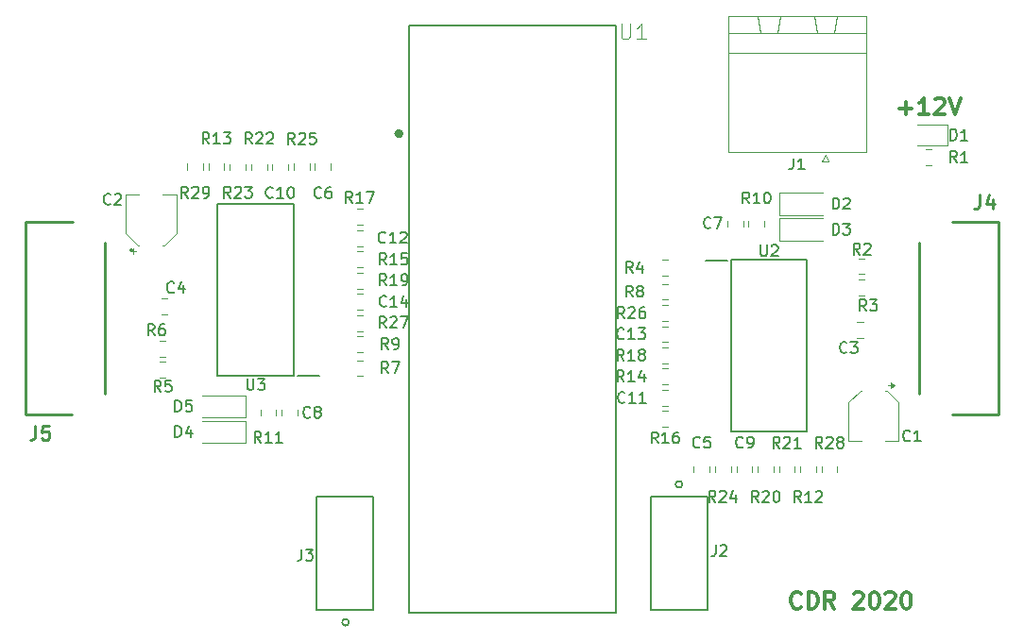
<source format=gbr>
G04 #@! TF.GenerationSoftware,KiCad,Pcbnew,(5.1.4)-1*
G04 #@! TF.CreationDate,2019-11-21T21:18:29+01:00*
G04 #@! TF.ProjectId,asserv_brushless,61737365-7276-45f6-9272-7573686c6573,rev?*
G04 #@! TF.SameCoordinates,Original*
G04 #@! TF.FileFunction,Legend,Top*
G04 #@! TF.FilePolarity,Positive*
%FSLAX46Y46*%
G04 Gerber Fmt 4.6, Leading zero omitted, Abs format (unit mm)*
G04 Created by KiCad (PCBNEW (5.1.4)-1) date 2019-11-21 21:18:29*
%MOMM*%
%LPD*%
G04 APERTURE LIST*
%ADD10C,0.300000*%
%ADD11C,0.127000*%
%ADD12C,0.200000*%
%ADD13C,0.120000*%
%ADD14C,0.254000*%
%ADD15C,0.400000*%
%ADD16C,0.150000*%
%ADD17C,0.050000*%
G04 APERTURE END LIST*
D10*
X119885714Y-103410714D02*
X119814285Y-103482142D01*
X119600000Y-103553571D01*
X119457142Y-103553571D01*
X119242857Y-103482142D01*
X119100000Y-103339285D01*
X119028571Y-103196428D01*
X118957142Y-102910714D01*
X118957142Y-102696428D01*
X119028571Y-102410714D01*
X119100000Y-102267857D01*
X119242857Y-102125000D01*
X119457142Y-102053571D01*
X119600000Y-102053571D01*
X119814285Y-102125000D01*
X119885714Y-102196428D01*
X120528571Y-103553571D02*
X120528571Y-102053571D01*
X120885714Y-102053571D01*
X121100000Y-102125000D01*
X121242857Y-102267857D01*
X121314285Y-102410714D01*
X121385714Y-102696428D01*
X121385714Y-102910714D01*
X121314285Y-103196428D01*
X121242857Y-103339285D01*
X121100000Y-103482142D01*
X120885714Y-103553571D01*
X120528571Y-103553571D01*
X122885714Y-103553571D02*
X122385714Y-102839285D01*
X122028571Y-103553571D02*
X122028571Y-102053571D01*
X122600000Y-102053571D01*
X122742857Y-102125000D01*
X122814285Y-102196428D01*
X122885714Y-102339285D01*
X122885714Y-102553571D01*
X122814285Y-102696428D01*
X122742857Y-102767857D01*
X122600000Y-102839285D01*
X122028571Y-102839285D01*
X124600000Y-102196428D02*
X124671428Y-102125000D01*
X124814285Y-102053571D01*
X125171428Y-102053571D01*
X125314285Y-102125000D01*
X125385714Y-102196428D01*
X125457142Y-102339285D01*
X125457142Y-102482142D01*
X125385714Y-102696428D01*
X124528571Y-103553571D01*
X125457142Y-103553571D01*
X126385714Y-102053571D02*
X126528571Y-102053571D01*
X126671428Y-102125000D01*
X126742857Y-102196428D01*
X126814285Y-102339285D01*
X126885714Y-102625000D01*
X126885714Y-102982142D01*
X126814285Y-103267857D01*
X126742857Y-103410714D01*
X126671428Y-103482142D01*
X126528571Y-103553571D01*
X126385714Y-103553571D01*
X126242857Y-103482142D01*
X126171428Y-103410714D01*
X126100000Y-103267857D01*
X126028571Y-102982142D01*
X126028571Y-102625000D01*
X126100000Y-102339285D01*
X126171428Y-102196428D01*
X126242857Y-102125000D01*
X126385714Y-102053571D01*
X127457142Y-102196428D02*
X127528571Y-102125000D01*
X127671428Y-102053571D01*
X128028571Y-102053571D01*
X128171428Y-102125000D01*
X128242857Y-102196428D01*
X128314285Y-102339285D01*
X128314285Y-102482142D01*
X128242857Y-102696428D01*
X127385714Y-103553571D01*
X128314285Y-103553571D01*
X129242857Y-102053571D02*
X129385714Y-102053571D01*
X129528571Y-102125000D01*
X129600000Y-102196428D01*
X129671428Y-102339285D01*
X129742857Y-102625000D01*
X129742857Y-102982142D01*
X129671428Y-103267857D01*
X129600000Y-103410714D01*
X129528571Y-103482142D01*
X129385714Y-103553571D01*
X129242857Y-103553571D01*
X129100000Y-103482142D01*
X129028571Y-103410714D01*
X128957142Y-103267857D01*
X128885714Y-102982142D01*
X128885714Y-102625000D01*
X128957142Y-102339285D01*
X129028571Y-102196428D01*
X129100000Y-102125000D01*
X129242857Y-102053571D01*
X128673742Y-58695742D02*
X129816600Y-58695742D01*
X129245171Y-59267171D02*
X129245171Y-58124314D01*
X131316600Y-59267171D02*
X130459457Y-59267171D01*
X130888028Y-59267171D02*
X130888028Y-57767171D01*
X130745171Y-57981457D01*
X130602314Y-58124314D01*
X130459457Y-58195742D01*
X131888028Y-57910028D02*
X131959457Y-57838600D01*
X132102314Y-57767171D01*
X132459457Y-57767171D01*
X132602314Y-57838600D01*
X132673742Y-57910028D01*
X132745171Y-58052885D01*
X132745171Y-58195742D01*
X132673742Y-58410028D01*
X131816600Y-59267171D01*
X132745171Y-59267171D01*
X133173742Y-57767171D02*
X133673742Y-59267171D01*
X134173742Y-57767171D01*
D11*
X106460000Y-93530000D02*
X111540000Y-93530000D01*
X106460000Y-103690000D02*
X106460000Y-93530000D01*
X111540000Y-103690000D02*
X106460000Y-103690000D01*
X111540000Y-93530000D02*
X111540000Y-103690000D01*
D12*
X109241000Y-92415000D02*
G75*
G03X109241000Y-92415000I-300000J0D01*
G01*
D11*
X81540000Y-103670000D02*
X76460000Y-103670000D01*
X81540000Y-93510000D02*
X81540000Y-103670000D01*
X76460000Y-93510000D02*
X81540000Y-93510000D01*
X76460000Y-103670000D02*
X76460000Y-93510000D01*
D12*
X79359000Y-104785000D02*
G75*
G03X79359000Y-104785000I-300000J0D01*
G01*
D13*
X122375000Y-63435000D02*
X121775000Y-63435000D01*
X122075000Y-62835000D02*
X122375000Y-63435000D01*
X121775000Y-63435000D02*
X122075000Y-62835000D01*
X117745000Y-51915000D02*
X117995000Y-50415000D01*
X116245000Y-51915000D02*
X117745000Y-51915000D01*
X115995000Y-50415000D02*
X116245000Y-51915000D01*
X117995000Y-50415000D02*
X115995000Y-50415000D01*
X122825000Y-51915000D02*
X123075000Y-50415000D01*
X121325000Y-51915000D02*
X122825000Y-51915000D01*
X121075000Y-50415000D02*
X121325000Y-51915000D01*
X123075000Y-50415000D02*
X121075000Y-50415000D01*
X113345000Y-51915000D02*
X125725000Y-51915000D01*
X113345000Y-53715000D02*
X113345000Y-51915000D01*
X125725000Y-53715000D02*
X113345000Y-53715000D01*
X125725000Y-51915000D02*
X125725000Y-53715000D01*
X113345000Y-62635000D02*
X125725000Y-62635000D01*
X113345000Y-50415000D02*
X113345000Y-62635000D01*
X125725000Y-50415000D02*
X113345000Y-50415000D01*
X125725000Y-62635000D02*
X125725000Y-50415000D01*
X133001600Y-60128600D02*
X130316600Y-60128600D01*
X133001600Y-62048600D02*
X133001600Y-60128600D01*
X130316600Y-62048600D02*
X133001600Y-62048600D01*
X131575178Y-62378600D02*
X131058022Y-62378600D01*
X131575178Y-63798600D02*
X131058022Y-63798600D01*
X128185000Y-83525000D02*
X127685000Y-83525000D01*
X127935000Y-83275000D02*
X127935000Y-83775000D01*
X125179437Y-84015000D02*
X124115000Y-85079437D01*
X127570563Y-84015000D02*
X128635000Y-85079437D01*
X127570563Y-84015000D02*
X127435000Y-84015000D01*
X125179437Y-84015000D02*
X125315000Y-84015000D01*
X124115000Y-85079437D02*
X124115000Y-88535000D01*
X128635000Y-85079437D02*
X128635000Y-88535000D01*
X128635000Y-88535000D02*
X127435000Y-88535000D01*
X124115000Y-88535000D02*
X125315000Y-88535000D01*
X124916422Y-79260000D02*
X125433578Y-79260000D01*
X124916422Y-77840000D02*
X125433578Y-77840000D01*
X110265000Y-90816422D02*
X110265000Y-91333578D01*
X111685000Y-90816422D02*
X111685000Y-91333578D01*
X114677800Y-69285578D02*
X114677800Y-68768422D01*
X113257800Y-69285578D02*
X113257800Y-68768422D01*
X114088600Y-90807622D02*
X114088600Y-91324778D01*
X115508600Y-90807622D02*
X115508600Y-91324778D01*
X107429822Y-85365200D02*
X107946978Y-85365200D01*
X107429822Y-83945200D02*
X107946978Y-83945200D01*
X107416422Y-79660000D02*
X107933578Y-79660000D01*
X107416422Y-78240000D02*
X107933578Y-78240000D01*
X107933578Y-72290000D02*
X107416422Y-72290000D01*
X107933578Y-73710000D02*
X107416422Y-73710000D01*
X107933578Y-74440000D02*
X107416422Y-74440000D01*
X107933578Y-75860000D02*
X107416422Y-75860000D01*
X119318600Y-91324778D02*
X119318600Y-90807622D01*
X117898600Y-91324778D02*
X117898600Y-90807622D01*
X113585000Y-91333578D02*
X113585000Y-90816422D01*
X112165000Y-91333578D02*
X112165000Y-90816422D01*
D12*
X113600000Y-72300000D02*
X120400000Y-72300000D01*
X120400000Y-72300000D02*
X120400000Y-87700000D01*
X120400000Y-87700000D02*
X113600000Y-87700000D01*
X113600000Y-87700000D02*
X113600000Y-72300000D01*
X111325000Y-72315000D02*
X113250000Y-72315000D01*
D14*
X128209000Y-83588000D02*
G75*
G03X128209000Y-83588000I-88000J0D01*
G01*
X130500000Y-84255000D02*
X130500000Y-70737000D01*
X137600000Y-68850000D02*
X133456000Y-68850000D01*
X137600000Y-86150000D02*
X133434000Y-86150000D01*
X137600000Y-68850000D02*
X137600000Y-86150000D01*
D13*
X125066422Y-73560000D02*
X125583578Y-73560000D01*
X125066422Y-72140000D02*
X125583578Y-72140000D01*
X125066422Y-75460000D02*
X125583578Y-75460000D01*
X125066422Y-74040000D02*
X125583578Y-74040000D01*
X115162800Y-68768422D02*
X115162800Y-69285578D01*
X116582800Y-68768422D02*
X116582800Y-69285578D01*
X121235000Y-91333578D02*
X121235000Y-90816422D01*
X119815000Y-91333578D02*
X119815000Y-90816422D01*
X107946978Y-82040200D02*
X107429822Y-82040200D01*
X107946978Y-83460200D02*
X107429822Y-83460200D01*
X107429822Y-87270200D02*
X107946978Y-87270200D01*
X107429822Y-85850200D02*
X107946978Y-85850200D01*
X107428922Y-81560000D02*
X107946078Y-81560000D01*
X107428922Y-80140000D02*
X107946078Y-80140000D01*
X117413600Y-91324778D02*
X117413600Y-90807622D01*
X115993600Y-91324778D02*
X115993600Y-90807622D01*
X107933578Y-76340000D02*
X107416422Y-76340000D01*
X107933578Y-77760000D02*
X107416422Y-77760000D01*
X121715000Y-90816422D02*
X121715000Y-91333578D01*
X123135000Y-90816422D02*
X123135000Y-91333578D01*
X117900000Y-66275000D02*
X121800000Y-66275000D01*
X117900000Y-68275000D02*
X121800000Y-68275000D01*
X117900000Y-66275000D02*
X117900000Y-68275000D01*
X117900000Y-68575000D02*
X121800000Y-68575000D01*
X117900000Y-70575000D02*
X121800000Y-70575000D01*
X117900000Y-68575000D02*
X117900000Y-70575000D01*
D15*
X84040000Y-60970000D02*
G75*
G03X84040000Y-60970000I-200000J0D01*
G01*
D11*
X103270000Y-103895000D02*
X84730000Y-103895000D01*
X103270000Y-51250000D02*
X103270000Y-103895000D01*
X84730000Y-51250000D02*
X103270000Y-51250000D01*
X84730000Y-103895000D02*
X84730000Y-51250000D01*
D13*
X62933578Y-82860000D02*
X62416422Y-82860000D01*
X62933578Y-81440000D02*
X62416422Y-81440000D01*
X80066422Y-81290000D02*
X80583578Y-81290000D01*
X80066422Y-82710000D02*
X80583578Y-82710000D01*
D14*
X50400000Y-86150000D02*
X50400000Y-68850000D01*
X50400000Y-68850000D02*
X54566000Y-68850000D01*
X50400000Y-86150000D02*
X54544000Y-86150000D01*
X57500000Y-70745000D02*
X57500000Y-84263000D01*
X59967000Y-71412000D02*
G75*
G03X59967000Y-71412000I-88000J0D01*
G01*
D13*
X74742200Y-85714422D02*
X74742200Y-86231578D01*
X73322200Y-85714422D02*
X73322200Y-86231578D01*
X80066422Y-79140000D02*
X80583578Y-79140000D01*
X80066422Y-80560000D02*
X80583578Y-80560000D01*
X70101400Y-63675222D02*
X70101400Y-64192378D01*
X68681400Y-63675222D02*
X68681400Y-64192378D01*
X75835000Y-63666422D02*
X75835000Y-64183578D01*
X74415000Y-63666422D02*
X74415000Y-64183578D01*
X80570178Y-71054800D02*
X80053022Y-71054800D01*
X80570178Y-69634800D02*
X80053022Y-69634800D01*
X64865000Y-64183578D02*
X64865000Y-63666422D01*
X66285000Y-64183578D02*
X66285000Y-63666422D01*
X80053022Y-71539800D02*
X80570178Y-71539800D01*
X80053022Y-72959800D02*
X80570178Y-72959800D01*
X71417200Y-86231578D02*
X71417200Y-85714422D01*
X72837200Y-86231578D02*
X72837200Y-85714422D01*
X80570178Y-69149800D02*
X80053022Y-69149800D01*
X80570178Y-67729800D02*
X80053022Y-67729800D01*
X70100000Y-88725000D02*
X70100000Y-86725000D01*
X70100000Y-86725000D02*
X66200000Y-86725000D01*
X70100000Y-88725000D02*
X66200000Y-88725000D01*
X63083578Y-77160000D02*
X62566422Y-77160000D01*
X63083578Y-75740000D02*
X62566422Y-75740000D01*
X62933578Y-80960000D02*
X62416422Y-80960000D01*
X62933578Y-79540000D02*
X62416422Y-79540000D01*
X72491400Y-64192378D02*
X72491400Y-63675222D01*
X73911400Y-64192378D02*
X73911400Y-63675222D01*
X80571078Y-74860000D02*
X80053922Y-74860000D01*
X80571078Y-73440000D02*
X80053922Y-73440000D01*
X72006400Y-63675222D02*
X72006400Y-64192378D01*
X70586400Y-63675222D02*
X70586400Y-64192378D01*
X63885000Y-66465000D02*
X62685000Y-66465000D01*
X59365000Y-66465000D02*
X60565000Y-66465000D01*
X59365000Y-69920563D02*
X59365000Y-66465000D01*
X63885000Y-69920563D02*
X63885000Y-66465000D01*
X62820563Y-70985000D02*
X62685000Y-70985000D01*
X60429437Y-70985000D02*
X60565000Y-70985000D01*
X60429437Y-70985000D02*
X59365000Y-69920563D01*
X62820563Y-70985000D02*
X63885000Y-69920563D01*
X60065000Y-71725000D02*
X60065000Y-71225000D01*
X59815000Y-71475000D02*
X60315000Y-71475000D01*
X80583578Y-76760000D02*
X80066422Y-76760000D01*
X80583578Y-75340000D02*
X80066422Y-75340000D01*
X68185000Y-63666422D02*
X68185000Y-64183578D01*
X66765000Y-63666422D02*
X66765000Y-64183578D01*
D12*
X76675000Y-82685000D02*
X74750000Y-82685000D01*
X74400000Y-67300000D02*
X74400000Y-82700000D01*
X67600000Y-67300000D02*
X74400000Y-67300000D01*
X67600000Y-82700000D02*
X67600000Y-67300000D01*
X74400000Y-82700000D02*
X67600000Y-82700000D01*
D13*
X80066422Y-77240000D02*
X80583578Y-77240000D01*
X80066422Y-78660000D02*
X80583578Y-78660000D01*
X70100000Y-86425000D02*
X70100000Y-84425000D01*
X70100000Y-84425000D02*
X66200000Y-84425000D01*
X70100000Y-86425000D02*
X66200000Y-86425000D01*
X76315000Y-64183578D02*
X76315000Y-63666422D01*
X77735000Y-64183578D02*
X77735000Y-63666422D01*
D16*
X112222666Y-97859180D02*
X112222666Y-98573466D01*
X112175047Y-98716323D01*
X112079809Y-98811561D01*
X111936952Y-98859180D01*
X111841714Y-98859180D01*
X112651238Y-97954419D02*
X112698857Y-97906800D01*
X112794095Y-97859180D01*
X113032190Y-97859180D01*
X113127428Y-97906800D01*
X113175047Y-97954419D01*
X113222666Y-98049657D01*
X113222666Y-98144895D01*
X113175047Y-98287752D01*
X112603619Y-98859180D01*
X113222666Y-98859180D01*
X75110666Y-98245580D02*
X75110666Y-98959866D01*
X75063047Y-99102723D01*
X74967809Y-99197961D01*
X74824952Y-99245580D01*
X74729714Y-99245580D01*
X75491619Y-98245580D02*
X76110666Y-98245580D01*
X75777333Y-98626533D01*
X75920190Y-98626533D01*
X76015428Y-98674152D01*
X76063047Y-98721771D01*
X76110666Y-98817009D01*
X76110666Y-99055104D01*
X76063047Y-99150342D01*
X76015428Y-99197961D01*
X75920190Y-99245580D01*
X75634476Y-99245580D01*
X75539238Y-99197961D01*
X75491619Y-99150342D01*
X119201666Y-63177380D02*
X119201666Y-63891666D01*
X119154047Y-64034523D01*
X119058809Y-64129761D01*
X118915952Y-64177380D01*
X118820714Y-64177380D01*
X120201666Y-64177380D02*
X119630238Y-64177380D01*
X119915952Y-64177380D02*
X119915952Y-63177380D01*
X119820714Y-63320238D01*
X119725476Y-63415476D01*
X119630238Y-63463095D01*
X133278504Y-61565980D02*
X133278504Y-60565980D01*
X133516600Y-60565980D01*
X133659457Y-60613600D01*
X133754695Y-60708838D01*
X133802314Y-60804076D01*
X133849933Y-60994552D01*
X133849933Y-61137409D01*
X133802314Y-61327885D01*
X133754695Y-61423123D01*
X133659457Y-61518361D01*
X133516600Y-61565980D01*
X133278504Y-61565980D01*
X134802314Y-61565980D02*
X134230885Y-61565980D01*
X134516600Y-61565980D02*
X134516600Y-60565980D01*
X134421361Y-60708838D01*
X134326123Y-60804076D01*
X134230885Y-60851695D01*
X133849933Y-63540980D02*
X133516600Y-63064790D01*
X133278504Y-63540980D02*
X133278504Y-62540980D01*
X133659457Y-62540980D01*
X133754695Y-62588600D01*
X133802314Y-62636219D01*
X133849933Y-62731457D01*
X133849933Y-62874314D01*
X133802314Y-62969552D01*
X133754695Y-63017171D01*
X133659457Y-63064790D01*
X133278504Y-63064790D01*
X134802314Y-63540980D02*
X134230885Y-63540980D01*
X134516600Y-63540980D02*
X134516600Y-62540980D01*
X134421361Y-62683838D01*
X134326123Y-62779076D01*
X134230885Y-62826695D01*
X129658333Y-88457142D02*
X129610714Y-88504761D01*
X129467857Y-88552380D01*
X129372619Y-88552380D01*
X129229761Y-88504761D01*
X129134523Y-88409523D01*
X129086904Y-88314285D01*
X129039285Y-88123809D01*
X129039285Y-87980952D01*
X129086904Y-87790476D01*
X129134523Y-87695238D01*
X129229761Y-87600000D01*
X129372619Y-87552380D01*
X129467857Y-87552380D01*
X129610714Y-87600000D01*
X129658333Y-87647619D01*
X130610714Y-88552380D02*
X130039285Y-88552380D01*
X130325000Y-88552380D02*
X130325000Y-87552380D01*
X130229761Y-87695238D01*
X130134523Y-87790476D01*
X130039285Y-87838095D01*
X123983333Y-80557142D02*
X123935714Y-80604761D01*
X123792857Y-80652380D01*
X123697619Y-80652380D01*
X123554761Y-80604761D01*
X123459523Y-80509523D01*
X123411904Y-80414285D01*
X123364285Y-80223809D01*
X123364285Y-80080952D01*
X123411904Y-79890476D01*
X123459523Y-79795238D01*
X123554761Y-79700000D01*
X123697619Y-79652380D01*
X123792857Y-79652380D01*
X123935714Y-79700000D01*
X123983333Y-79747619D01*
X124316666Y-79652380D02*
X124935714Y-79652380D01*
X124602380Y-80033333D01*
X124745238Y-80033333D01*
X124840476Y-80080952D01*
X124888095Y-80128571D01*
X124935714Y-80223809D01*
X124935714Y-80461904D01*
X124888095Y-80557142D01*
X124840476Y-80604761D01*
X124745238Y-80652380D01*
X124459523Y-80652380D01*
X124364285Y-80604761D01*
X124316666Y-80557142D01*
X110808333Y-89057142D02*
X110760714Y-89104761D01*
X110617857Y-89152380D01*
X110522619Y-89152380D01*
X110379761Y-89104761D01*
X110284523Y-89009523D01*
X110236904Y-88914285D01*
X110189285Y-88723809D01*
X110189285Y-88580952D01*
X110236904Y-88390476D01*
X110284523Y-88295238D01*
X110379761Y-88200000D01*
X110522619Y-88152380D01*
X110617857Y-88152380D01*
X110760714Y-88200000D01*
X110808333Y-88247619D01*
X111713095Y-88152380D02*
X111236904Y-88152380D01*
X111189285Y-88628571D01*
X111236904Y-88580952D01*
X111332142Y-88533333D01*
X111570238Y-88533333D01*
X111665476Y-88580952D01*
X111713095Y-88628571D01*
X111760714Y-88723809D01*
X111760714Y-88961904D01*
X111713095Y-89057142D01*
X111665476Y-89104761D01*
X111570238Y-89152380D01*
X111332142Y-89152380D01*
X111236904Y-89104761D01*
X111189285Y-89057142D01*
X111783333Y-69357142D02*
X111735714Y-69404761D01*
X111592857Y-69452380D01*
X111497619Y-69452380D01*
X111354761Y-69404761D01*
X111259523Y-69309523D01*
X111211904Y-69214285D01*
X111164285Y-69023809D01*
X111164285Y-68880952D01*
X111211904Y-68690476D01*
X111259523Y-68595238D01*
X111354761Y-68500000D01*
X111497619Y-68452380D01*
X111592857Y-68452380D01*
X111735714Y-68500000D01*
X111783333Y-68547619D01*
X112116666Y-68452380D02*
X112783333Y-68452380D01*
X112354761Y-69452380D01*
X114658333Y-89057142D02*
X114610714Y-89104761D01*
X114467857Y-89152380D01*
X114372619Y-89152380D01*
X114229761Y-89104761D01*
X114134523Y-89009523D01*
X114086904Y-88914285D01*
X114039285Y-88723809D01*
X114039285Y-88580952D01*
X114086904Y-88390476D01*
X114134523Y-88295238D01*
X114229761Y-88200000D01*
X114372619Y-88152380D01*
X114467857Y-88152380D01*
X114610714Y-88200000D01*
X114658333Y-88247619D01*
X115134523Y-89152380D02*
X115325000Y-89152380D01*
X115420238Y-89104761D01*
X115467857Y-89057142D01*
X115563095Y-88914285D01*
X115610714Y-88723809D01*
X115610714Y-88342857D01*
X115563095Y-88247619D01*
X115515476Y-88200000D01*
X115420238Y-88152380D01*
X115229761Y-88152380D01*
X115134523Y-88200000D01*
X115086904Y-88247619D01*
X115039285Y-88342857D01*
X115039285Y-88580952D01*
X115086904Y-88676190D01*
X115134523Y-88723809D01*
X115229761Y-88771428D01*
X115420238Y-88771428D01*
X115515476Y-88723809D01*
X115563095Y-88676190D01*
X115610714Y-88580952D01*
X104082142Y-85032142D02*
X104034523Y-85079761D01*
X103891666Y-85127380D01*
X103796428Y-85127380D01*
X103653571Y-85079761D01*
X103558333Y-84984523D01*
X103510714Y-84889285D01*
X103463095Y-84698809D01*
X103463095Y-84555952D01*
X103510714Y-84365476D01*
X103558333Y-84270238D01*
X103653571Y-84175000D01*
X103796428Y-84127380D01*
X103891666Y-84127380D01*
X104034523Y-84175000D01*
X104082142Y-84222619D01*
X105034523Y-85127380D02*
X104463095Y-85127380D01*
X104748809Y-85127380D02*
X104748809Y-84127380D01*
X104653571Y-84270238D01*
X104558333Y-84365476D01*
X104463095Y-84413095D01*
X105986904Y-85127380D02*
X105415476Y-85127380D01*
X105701190Y-85127380D02*
X105701190Y-84127380D01*
X105605952Y-84270238D01*
X105510714Y-84365476D01*
X105415476Y-84413095D01*
X104007142Y-79307142D02*
X103959523Y-79354761D01*
X103816666Y-79402380D01*
X103721428Y-79402380D01*
X103578571Y-79354761D01*
X103483333Y-79259523D01*
X103435714Y-79164285D01*
X103388095Y-78973809D01*
X103388095Y-78830952D01*
X103435714Y-78640476D01*
X103483333Y-78545238D01*
X103578571Y-78450000D01*
X103721428Y-78402380D01*
X103816666Y-78402380D01*
X103959523Y-78450000D01*
X104007142Y-78497619D01*
X104959523Y-79402380D02*
X104388095Y-79402380D01*
X104673809Y-79402380D02*
X104673809Y-78402380D01*
X104578571Y-78545238D01*
X104483333Y-78640476D01*
X104388095Y-78688095D01*
X105292857Y-78402380D02*
X105911904Y-78402380D01*
X105578571Y-78783333D01*
X105721428Y-78783333D01*
X105816666Y-78830952D01*
X105864285Y-78878571D01*
X105911904Y-78973809D01*
X105911904Y-79211904D01*
X105864285Y-79307142D01*
X105816666Y-79354761D01*
X105721428Y-79402380D01*
X105435714Y-79402380D01*
X105340476Y-79354761D01*
X105292857Y-79307142D01*
X104783333Y-73452380D02*
X104450000Y-72976190D01*
X104211904Y-73452380D02*
X104211904Y-72452380D01*
X104592857Y-72452380D01*
X104688095Y-72500000D01*
X104735714Y-72547619D01*
X104783333Y-72642857D01*
X104783333Y-72785714D01*
X104735714Y-72880952D01*
X104688095Y-72928571D01*
X104592857Y-72976190D01*
X104211904Y-72976190D01*
X105640476Y-72785714D02*
X105640476Y-73452380D01*
X105402380Y-72404761D02*
X105164285Y-73119047D01*
X105783333Y-73119047D01*
X104783333Y-75602380D02*
X104450000Y-75126190D01*
X104211904Y-75602380D02*
X104211904Y-74602380D01*
X104592857Y-74602380D01*
X104688095Y-74650000D01*
X104735714Y-74697619D01*
X104783333Y-74792857D01*
X104783333Y-74935714D01*
X104735714Y-75030952D01*
X104688095Y-75078571D01*
X104592857Y-75126190D01*
X104211904Y-75126190D01*
X105354761Y-75030952D02*
X105259523Y-74983333D01*
X105211904Y-74935714D01*
X105164285Y-74840476D01*
X105164285Y-74792857D01*
X105211904Y-74697619D01*
X105259523Y-74650000D01*
X105354761Y-74602380D01*
X105545238Y-74602380D01*
X105640476Y-74650000D01*
X105688095Y-74697619D01*
X105735714Y-74792857D01*
X105735714Y-74840476D01*
X105688095Y-74935714D01*
X105640476Y-74983333D01*
X105545238Y-75030952D01*
X105354761Y-75030952D01*
X105259523Y-75078571D01*
X105211904Y-75126190D01*
X105164285Y-75221428D01*
X105164285Y-75411904D01*
X105211904Y-75507142D01*
X105259523Y-75554761D01*
X105354761Y-75602380D01*
X105545238Y-75602380D01*
X105640476Y-75554761D01*
X105688095Y-75507142D01*
X105735714Y-75411904D01*
X105735714Y-75221428D01*
X105688095Y-75126190D01*
X105640476Y-75078571D01*
X105545238Y-75030952D01*
X117957142Y-89177380D02*
X117623809Y-88701190D01*
X117385714Y-89177380D02*
X117385714Y-88177380D01*
X117766666Y-88177380D01*
X117861904Y-88225000D01*
X117909523Y-88272619D01*
X117957142Y-88367857D01*
X117957142Y-88510714D01*
X117909523Y-88605952D01*
X117861904Y-88653571D01*
X117766666Y-88701190D01*
X117385714Y-88701190D01*
X118338095Y-88272619D02*
X118385714Y-88225000D01*
X118480952Y-88177380D01*
X118719047Y-88177380D01*
X118814285Y-88225000D01*
X118861904Y-88272619D01*
X118909523Y-88367857D01*
X118909523Y-88463095D01*
X118861904Y-88605952D01*
X118290476Y-89177380D01*
X118909523Y-89177380D01*
X119861904Y-89177380D02*
X119290476Y-89177380D01*
X119576190Y-89177380D02*
X119576190Y-88177380D01*
X119480952Y-88320238D01*
X119385714Y-88415476D01*
X119290476Y-88463095D01*
X112207142Y-94002380D02*
X111873809Y-93526190D01*
X111635714Y-94002380D02*
X111635714Y-93002380D01*
X112016666Y-93002380D01*
X112111904Y-93050000D01*
X112159523Y-93097619D01*
X112207142Y-93192857D01*
X112207142Y-93335714D01*
X112159523Y-93430952D01*
X112111904Y-93478571D01*
X112016666Y-93526190D01*
X111635714Y-93526190D01*
X112588095Y-93097619D02*
X112635714Y-93050000D01*
X112730952Y-93002380D01*
X112969047Y-93002380D01*
X113064285Y-93050000D01*
X113111904Y-93097619D01*
X113159523Y-93192857D01*
X113159523Y-93288095D01*
X113111904Y-93430952D01*
X112540476Y-94002380D01*
X113159523Y-94002380D01*
X114016666Y-93335714D02*
X114016666Y-94002380D01*
X113778571Y-92954761D02*
X113540476Y-93669047D01*
X114159523Y-93669047D01*
X116238095Y-70952380D02*
X116238095Y-71761904D01*
X116285714Y-71857142D01*
X116333333Y-71904761D01*
X116428571Y-71952380D01*
X116619047Y-71952380D01*
X116714285Y-71904761D01*
X116761904Y-71857142D01*
X116809523Y-71761904D01*
X116809523Y-70952380D01*
X117238095Y-71047619D02*
X117285714Y-71000000D01*
X117380952Y-70952380D01*
X117619047Y-70952380D01*
X117714285Y-71000000D01*
X117761904Y-71047619D01*
X117809523Y-71142857D01*
X117809523Y-71238095D01*
X117761904Y-71380952D01*
X117190476Y-71952380D01*
X117809523Y-71952380D01*
D14*
X135893266Y-66455323D02*
X135893266Y-67362466D01*
X135832790Y-67543895D01*
X135711838Y-67664847D01*
X135530409Y-67725323D01*
X135409457Y-67725323D01*
X137042314Y-66878657D02*
X137042314Y-67725323D01*
X136739933Y-66394847D02*
X136437552Y-67301990D01*
X137223742Y-67301990D01*
D16*
X125158333Y-71802380D02*
X124825000Y-71326190D01*
X124586904Y-71802380D02*
X124586904Y-70802380D01*
X124967857Y-70802380D01*
X125063095Y-70850000D01*
X125110714Y-70897619D01*
X125158333Y-70992857D01*
X125158333Y-71135714D01*
X125110714Y-71230952D01*
X125063095Y-71278571D01*
X124967857Y-71326190D01*
X124586904Y-71326190D01*
X125539285Y-70897619D02*
X125586904Y-70850000D01*
X125682142Y-70802380D01*
X125920238Y-70802380D01*
X126015476Y-70850000D01*
X126063095Y-70897619D01*
X126110714Y-70992857D01*
X126110714Y-71088095D01*
X126063095Y-71230952D01*
X125491666Y-71802380D01*
X126110714Y-71802380D01*
X125733333Y-76852380D02*
X125400000Y-76376190D01*
X125161904Y-76852380D02*
X125161904Y-75852380D01*
X125542857Y-75852380D01*
X125638095Y-75900000D01*
X125685714Y-75947619D01*
X125733333Y-76042857D01*
X125733333Y-76185714D01*
X125685714Y-76280952D01*
X125638095Y-76328571D01*
X125542857Y-76376190D01*
X125161904Y-76376190D01*
X126066666Y-75852380D02*
X126685714Y-75852380D01*
X126352380Y-76233333D01*
X126495238Y-76233333D01*
X126590476Y-76280952D01*
X126638095Y-76328571D01*
X126685714Y-76423809D01*
X126685714Y-76661904D01*
X126638095Y-76757142D01*
X126590476Y-76804761D01*
X126495238Y-76852380D01*
X126209523Y-76852380D01*
X126114285Y-76804761D01*
X126066666Y-76757142D01*
X115232142Y-67227380D02*
X114898809Y-66751190D01*
X114660714Y-67227380D02*
X114660714Y-66227380D01*
X115041666Y-66227380D01*
X115136904Y-66275000D01*
X115184523Y-66322619D01*
X115232142Y-66417857D01*
X115232142Y-66560714D01*
X115184523Y-66655952D01*
X115136904Y-66703571D01*
X115041666Y-66751190D01*
X114660714Y-66751190D01*
X116184523Y-67227380D02*
X115613095Y-67227380D01*
X115898809Y-67227380D02*
X115898809Y-66227380D01*
X115803571Y-66370238D01*
X115708333Y-66465476D01*
X115613095Y-66513095D01*
X116803571Y-66227380D02*
X116898809Y-66227380D01*
X116994047Y-66275000D01*
X117041666Y-66322619D01*
X117089285Y-66417857D01*
X117136904Y-66608333D01*
X117136904Y-66846428D01*
X117089285Y-67036904D01*
X117041666Y-67132142D01*
X116994047Y-67179761D01*
X116898809Y-67227380D01*
X116803571Y-67227380D01*
X116708333Y-67179761D01*
X116660714Y-67132142D01*
X116613095Y-67036904D01*
X116565476Y-66846428D01*
X116565476Y-66608333D01*
X116613095Y-66417857D01*
X116660714Y-66322619D01*
X116708333Y-66275000D01*
X116803571Y-66227380D01*
X119882142Y-94027380D02*
X119548809Y-93551190D01*
X119310714Y-94027380D02*
X119310714Y-93027380D01*
X119691666Y-93027380D01*
X119786904Y-93075000D01*
X119834523Y-93122619D01*
X119882142Y-93217857D01*
X119882142Y-93360714D01*
X119834523Y-93455952D01*
X119786904Y-93503571D01*
X119691666Y-93551190D01*
X119310714Y-93551190D01*
X120834523Y-94027380D02*
X120263095Y-94027380D01*
X120548809Y-94027380D02*
X120548809Y-93027380D01*
X120453571Y-93170238D01*
X120358333Y-93265476D01*
X120263095Y-93313095D01*
X121215476Y-93122619D02*
X121263095Y-93075000D01*
X121358333Y-93027380D01*
X121596428Y-93027380D01*
X121691666Y-93075000D01*
X121739285Y-93122619D01*
X121786904Y-93217857D01*
X121786904Y-93313095D01*
X121739285Y-93455952D01*
X121167857Y-94027380D01*
X121786904Y-94027380D01*
X104007142Y-83202380D02*
X103673809Y-82726190D01*
X103435714Y-83202380D02*
X103435714Y-82202380D01*
X103816666Y-82202380D01*
X103911904Y-82250000D01*
X103959523Y-82297619D01*
X104007142Y-82392857D01*
X104007142Y-82535714D01*
X103959523Y-82630952D01*
X103911904Y-82678571D01*
X103816666Y-82726190D01*
X103435714Y-82726190D01*
X104959523Y-83202380D02*
X104388095Y-83202380D01*
X104673809Y-83202380D02*
X104673809Y-82202380D01*
X104578571Y-82345238D01*
X104483333Y-82440476D01*
X104388095Y-82488095D01*
X105816666Y-82535714D02*
X105816666Y-83202380D01*
X105578571Y-82154761D02*
X105340476Y-82869047D01*
X105959523Y-82869047D01*
X107057142Y-88727380D02*
X106723809Y-88251190D01*
X106485714Y-88727380D02*
X106485714Y-87727380D01*
X106866666Y-87727380D01*
X106961904Y-87775000D01*
X107009523Y-87822619D01*
X107057142Y-87917857D01*
X107057142Y-88060714D01*
X107009523Y-88155952D01*
X106961904Y-88203571D01*
X106866666Y-88251190D01*
X106485714Y-88251190D01*
X108009523Y-88727380D02*
X107438095Y-88727380D01*
X107723809Y-88727380D02*
X107723809Y-87727380D01*
X107628571Y-87870238D01*
X107533333Y-87965476D01*
X107438095Y-88013095D01*
X108866666Y-87727380D02*
X108676190Y-87727380D01*
X108580952Y-87775000D01*
X108533333Y-87822619D01*
X108438095Y-87965476D01*
X108390476Y-88155952D01*
X108390476Y-88536904D01*
X108438095Y-88632142D01*
X108485714Y-88679761D01*
X108580952Y-88727380D01*
X108771428Y-88727380D01*
X108866666Y-88679761D01*
X108914285Y-88632142D01*
X108961904Y-88536904D01*
X108961904Y-88298809D01*
X108914285Y-88203571D01*
X108866666Y-88155952D01*
X108771428Y-88108333D01*
X108580952Y-88108333D01*
X108485714Y-88155952D01*
X108438095Y-88203571D01*
X108390476Y-88298809D01*
X104007142Y-81327380D02*
X103673809Y-80851190D01*
X103435714Y-81327380D02*
X103435714Y-80327380D01*
X103816666Y-80327380D01*
X103911904Y-80375000D01*
X103959523Y-80422619D01*
X104007142Y-80517857D01*
X104007142Y-80660714D01*
X103959523Y-80755952D01*
X103911904Y-80803571D01*
X103816666Y-80851190D01*
X103435714Y-80851190D01*
X104959523Y-81327380D02*
X104388095Y-81327380D01*
X104673809Y-81327380D02*
X104673809Y-80327380D01*
X104578571Y-80470238D01*
X104483333Y-80565476D01*
X104388095Y-80613095D01*
X105530952Y-80755952D02*
X105435714Y-80708333D01*
X105388095Y-80660714D01*
X105340476Y-80565476D01*
X105340476Y-80517857D01*
X105388095Y-80422619D01*
X105435714Y-80375000D01*
X105530952Y-80327380D01*
X105721428Y-80327380D01*
X105816666Y-80375000D01*
X105864285Y-80422619D01*
X105911904Y-80517857D01*
X105911904Y-80565476D01*
X105864285Y-80660714D01*
X105816666Y-80708333D01*
X105721428Y-80755952D01*
X105530952Y-80755952D01*
X105435714Y-80803571D01*
X105388095Y-80851190D01*
X105340476Y-80946428D01*
X105340476Y-81136904D01*
X105388095Y-81232142D01*
X105435714Y-81279761D01*
X105530952Y-81327380D01*
X105721428Y-81327380D01*
X105816666Y-81279761D01*
X105864285Y-81232142D01*
X105911904Y-81136904D01*
X105911904Y-80946428D01*
X105864285Y-80851190D01*
X105816666Y-80803571D01*
X105721428Y-80755952D01*
X116057142Y-94027380D02*
X115723809Y-93551190D01*
X115485714Y-94027380D02*
X115485714Y-93027380D01*
X115866666Y-93027380D01*
X115961904Y-93075000D01*
X116009523Y-93122619D01*
X116057142Y-93217857D01*
X116057142Y-93360714D01*
X116009523Y-93455952D01*
X115961904Y-93503571D01*
X115866666Y-93551190D01*
X115485714Y-93551190D01*
X116438095Y-93122619D02*
X116485714Y-93075000D01*
X116580952Y-93027380D01*
X116819047Y-93027380D01*
X116914285Y-93075000D01*
X116961904Y-93122619D01*
X117009523Y-93217857D01*
X117009523Y-93313095D01*
X116961904Y-93455952D01*
X116390476Y-94027380D01*
X117009523Y-94027380D01*
X117628571Y-93027380D02*
X117723809Y-93027380D01*
X117819047Y-93075000D01*
X117866666Y-93122619D01*
X117914285Y-93217857D01*
X117961904Y-93408333D01*
X117961904Y-93646428D01*
X117914285Y-93836904D01*
X117866666Y-93932142D01*
X117819047Y-93979761D01*
X117723809Y-94027380D01*
X117628571Y-94027380D01*
X117533333Y-93979761D01*
X117485714Y-93932142D01*
X117438095Y-93836904D01*
X117390476Y-93646428D01*
X117390476Y-93408333D01*
X117438095Y-93217857D01*
X117485714Y-93122619D01*
X117533333Y-93075000D01*
X117628571Y-93027380D01*
X104032142Y-77527380D02*
X103698809Y-77051190D01*
X103460714Y-77527380D02*
X103460714Y-76527380D01*
X103841666Y-76527380D01*
X103936904Y-76575000D01*
X103984523Y-76622619D01*
X104032142Y-76717857D01*
X104032142Y-76860714D01*
X103984523Y-76955952D01*
X103936904Y-77003571D01*
X103841666Y-77051190D01*
X103460714Y-77051190D01*
X104413095Y-76622619D02*
X104460714Y-76575000D01*
X104555952Y-76527380D01*
X104794047Y-76527380D01*
X104889285Y-76575000D01*
X104936904Y-76622619D01*
X104984523Y-76717857D01*
X104984523Y-76813095D01*
X104936904Y-76955952D01*
X104365476Y-77527380D01*
X104984523Y-77527380D01*
X105841666Y-76527380D02*
X105651190Y-76527380D01*
X105555952Y-76575000D01*
X105508333Y-76622619D01*
X105413095Y-76765476D01*
X105365476Y-76955952D01*
X105365476Y-77336904D01*
X105413095Y-77432142D01*
X105460714Y-77479761D01*
X105555952Y-77527380D01*
X105746428Y-77527380D01*
X105841666Y-77479761D01*
X105889285Y-77432142D01*
X105936904Y-77336904D01*
X105936904Y-77098809D01*
X105889285Y-77003571D01*
X105841666Y-76955952D01*
X105746428Y-76908333D01*
X105555952Y-76908333D01*
X105460714Y-76955952D01*
X105413095Y-77003571D01*
X105365476Y-77098809D01*
X121782142Y-89177380D02*
X121448809Y-88701190D01*
X121210714Y-89177380D02*
X121210714Y-88177380D01*
X121591666Y-88177380D01*
X121686904Y-88225000D01*
X121734523Y-88272619D01*
X121782142Y-88367857D01*
X121782142Y-88510714D01*
X121734523Y-88605952D01*
X121686904Y-88653571D01*
X121591666Y-88701190D01*
X121210714Y-88701190D01*
X122163095Y-88272619D02*
X122210714Y-88225000D01*
X122305952Y-88177380D01*
X122544047Y-88177380D01*
X122639285Y-88225000D01*
X122686904Y-88272619D01*
X122734523Y-88367857D01*
X122734523Y-88463095D01*
X122686904Y-88605952D01*
X122115476Y-89177380D01*
X122734523Y-89177380D01*
X123305952Y-88605952D02*
X123210714Y-88558333D01*
X123163095Y-88510714D01*
X123115476Y-88415476D01*
X123115476Y-88367857D01*
X123163095Y-88272619D01*
X123210714Y-88225000D01*
X123305952Y-88177380D01*
X123496428Y-88177380D01*
X123591666Y-88225000D01*
X123639285Y-88272619D01*
X123686904Y-88367857D01*
X123686904Y-88415476D01*
X123639285Y-88510714D01*
X123591666Y-88558333D01*
X123496428Y-88605952D01*
X123305952Y-88605952D01*
X123210714Y-88653571D01*
X123163095Y-88701190D01*
X123115476Y-88796428D01*
X123115476Y-88986904D01*
X123163095Y-89082142D01*
X123210714Y-89129761D01*
X123305952Y-89177380D01*
X123496428Y-89177380D01*
X123591666Y-89129761D01*
X123639285Y-89082142D01*
X123686904Y-88986904D01*
X123686904Y-88796428D01*
X123639285Y-88701190D01*
X123591666Y-88653571D01*
X123496428Y-88605952D01*
X122736904Y-67727380D02*
X122736904Y-66727380D01*
X122975000Y-66727380D01*
X123117857Y-66775000D01*
X123213095Y-66870238D01*
X123260714Y-66965476D01*
X123308333Y-67155952D01*
X123308333Y-67298809D01*
X123260714Y-67489285D01*
X123213095Y-67584523D01*
X123117857Y-67679761D01*
X122975000Y-67727380D01*
X122736904Y-67727380D01*
X123689285Y-66822619D02*
X123736904Y-66775000D01*
X123832142Y-66727380D01*
X124070238Y-66727380D01*
X124165476Y-66775000D01*
X124213095Y-66822619D01*
X124260714Y-66917857D01*
X124260714Y-67013095D01*
X124213095Y-67155952D01*
X123641666Y-67727380D01*
X124260714Y-67727380D01*
X122736904Y-70027380D02*
X122736904Y-69027380D01*
X122975000Y-69027380D01*
X123117857Y-69075000D01*
X123213095Y-69170238D01*
X123260714Y-69265476D01*
X123308333Y-69455952D01*
X123308333Y-69598809D01*
X123260714Y-69789285D01*
X123213095Y-69884523D01*
X123117857Y-69979761D01*
X122975000Y-70027380D01*
X122736904Y-70027380D01*
X123641666Y-69027380D02*
X124260714Y-69027380D01*
X123927380Y-69408333D01*
X124070238Y-69408333D01*
X124165476Y-69455952D01*
X124213095Y-69503571D01*
X124260714Y-69598809D01*
X124260714Y-69836904D01*
X124213095Y-69932142D01*
X124165476Y-69979761D01*
X124070238Y-70027380D01*
X123784523Y-70027380D01*
X123689285Y-69979761D01*
X123641666Y-69932142D01*
D17*
X103756520Y-51082030D02*
X103756520Y-52217290D01*
X103823300Y-52350850D01*
X103890080Y-52417630D01*
X104023640Y-52484410D01*
X104290760Y-52484410D01*
X104424320Y-52417630D01*
X104491100Y-52350850D01*
X104557880Y-52217290D01*
X104557880Y-51082030D01*
X105960260Y-52484410D02*
X105158900Y-52484410D01*
X105559580Y-52484410D02*
X105559580Y-51082030D01*
X105426020Y-51282370D01*
X105292460Y-51415930D01*
X105158900Y-51482710D01*
D16*
X62508333Y-84102380D02*
X62175000Y-83626190D01*
X61936904Y-84102380D02*
X61936904Y-83102380D01*
X62317857Y-83102380D01*
X62413095Y-83150000D01*
X62460714Y-83197619D01*
X62508333Y-83292857D01*
X62508333Y-83435714D01*
X62460714Y-83530952D01*
X62413095Y-83578571D01*
X62317857Y-83626190D01*
X61936904Y-83626190D01*
X63413095Y-83102380D02*
X62936904Y-83102380D01*
X62889285Y-83578571D01*
X62936904Y-83530952D01*
X63032142Y-83483333D01*
X63270238Y-83483333D01*
X63365476Y-83530952D01*
X63413095Y-83578571D01*
X63460714Y-83673809D01*
X63460714Y-83911904D01*
X63413095Y-84007142D01*
X63365476Y-84054761D01*
X63270238Y-84102380D01*
X63032142Y-84102380D01*
X62936904Y-84054761D01*
X62889285Y-84007142D01*
X82883333Y-82452380D02*
X82550000Y-81976190D01*
X82311904Y-82452380D02*
X82311904Y-81452380D01*
X82692857Y-81452380D01*
X82788095Y-81500000D01*
X82835714Y-81547619D01*
X82883333Y-81642857D01*
X82883333Y-81785714D01*
X82835714Y-81880952D01*
X82788095Y-81928571D01*
X82692857Y-81976190D01*
X82311904Y-81976190D01*
X83216666Y-81452380D02*
X83883333Y-81452380D01*
X83454761Y-82452380D01*
D14*
X51260066Y-87153723D02*
X51260066Y-88060866D01*
X51199590Y-88242295D01*
X51078638Y-88363247D01*
X50897209Y-88423723D01*
X50776257Y-88423723D01*
X52469590Y-87153723D02*
X51864828Y-87153723D01*
X51804352Y-87758485D01*
X51864828Y-87698009D01*
X51985780Y-87637533D01*
X52288161Y-87637533D01*
X52409114Y-87698009D01*
X52469590Y-87758485D01*
X52530066Y-87879438D01*
X52530066Y-88181819D01*
X52469590Y-88302771D01*
X52409114Y-88363247D01*
X52288161Y-88423723D01*
X51985780Y-88423723D01*
X51864828Y-88363247D01*
X51804352Y-88302771D01*
D16*
X75883333Y-86357142D02*
X75835714Y-86404761D01*
X75692857Y-86452380D01*
X75597619Y-86452380D01*
X75454761Y-86404761D01*
X75359523Y-86309523D01*
X75311904Y-86214285D01*
X75264285Y-86023809D01*
X75264285Y-85880952D01*
X75311904Y-85690476D01*
X75359523Y-85595238D01*
X75454761Y-85500000D01*
X75597619Y-85452380D01*
X75692857Y-85452380D01*
X75835714Y-85500000D01*
X75883333Y-85547619D01*
X76454761Y-85880952D02*
X76359523Y-85833333D01*
X76311904Y-85785714D01*
X76264285Y-85690476D01*
X76264285Y-85642857D01*
X76311904Y-85547619D01*
X76359523Y-85500000D01*
X76454761Y-85452380D01*
X76645238Y-85452380D01*
X76740476Y-85500000D01*
X76788095Y-85547619D01*
X76835714Y-85642857D01*
X76835714Y-85690476D01*
X76788095Y-85785714D01*
X76740476Y-85833333D01*
X76645238Y-85880952D01*
X76454761Y-85880952D01*
X76359523Y-85928571D01*
X76311904Y-85976190D01*
X76264285Y-86071428D01*
X76264285Y-86261904D01*
X76311904Y-86357142D01*
X76359523Y-86404761D01*
X76454761Y-86452380D01*
X76645238Y-86452380D01*
X76740476Y-86404761D01*
X76788095Y-86357142D01*
X76835714Y-86261904D01*
X76835714Y-86071428D01*
X76788095Y-85976190D01*
X76740476Y-85928571D01*
X76645238Y-85880952D01*
X82883333Y-80302380D02*
X82550000Y-79826190D01*
X82311904Y-80302380D02*
X82311904Y-79302380D01*
X82692857Y-79302380D01*
X82788095Y-79350000D01*
X82835714Y-79397619D01*
X82883333Y-79492857D01*
X82883333Y-79635714D01*
X82835714Y-79730952D01*
X82788095Y-79778571D01*
X82692857Y-79826190D01*
X82311904Y-79826190D01*
X83359523Y-80302380D02*
X83550000Y-80302380D01*
X83645238Y-80254761D01*
X83692857Y-80207142D01*
X83788095Y-80064285D01*
X83835714Y-79873809D01*
X83835714Y-79492857D01*
X83788095Y-79397619D01*
X83740476Y-79350000D01*
X83645238Y-79302380D01*
X83454761Y-79302380D01*
X83359523Y-79350000D01*
X83311904Y-79397619D01*
X83264285Y-79492857D01*
X83264285Y-79730952D01*
X83311904Y-79826190D01*
X83359523Y-79873809D01*
X83454761Y-79921428D01*
X83645238Y-79921428D01*
X83740476Y-79873809D01*
X83788095Y-79826190D01*
X83835714Y-79730952D01*
X68757142Y-66727380D02*
X68423809Y-66251190D01*
X68185714Y-66727380D02*
X68185714Y-65727380D01*
X68566666Y-65727380D01*
X68661904Y-65775000D01*
X68709523Y-65822619D01*
X68757142Y-65917857D01*
X68757142Y-66060714D01*
X68709523Y-66155952D01*
X68661904Y-66203571D01*
X68566666Y-66251190D01*
X68185714Y-66251190D01*
X69138095Y-65822619D02*
X69185714Y-65775000D01*
X69280952Y-65727380D01*
X69519047Y-65727380D01*
X69614285Y-65775000D01*
X69661904Y-65822619D01*
X69709523Y-65917857D01*
X69709523Y-66013095D01*
X69661904Y-66155952D01*
X69090476Y-66727380D01*
X69709523Y-66727380D01*
X70042857Y-65727380D02*
X70661904Y-65727380D01*
X70328571Y-66108333D01*
X70471428Y-66108333D01*
X70566666Y-66155952D01*
X70614285Y-66203571D01*
X70661904Y-66298809D01*
X70661904Y-66536904D01*
X70614285Y-66632142D01*
X70566666Y-66679761D01*
X70471428Y-66727380D01*
X70185714Y-66727380D01*
X70090476Y-66679761D01*
X70042857Y-66632142D01*
X74507142Y-61902380D02*
X74173809Y-61426190D01*
X73935714Y-61902380D02*
X73935714Y-60902380D01*
X74316666Y-60902380D01*
X74411904Y-60950000D01*
X74459523Y-60997619D01*
X74507142Y-61092857D01*
X74507142Y-61235714D01*
X74459523Y-61330952D01*
X74411904Y-61378571D01*
X74316666Y-61426190D01*
X73935714Y-61426190D01*
X74888095Y-60997619D02*
X74935714Y-60950000D01*
X75030952Y-60902380D01*
X75269047Y-60902380D01*
X75364285Y-60950000D01*
X75411904Y-60997619D01*
X75459523Y-61092857D01*
X75459523Y-61188095D01*
X75411904Y-61330952D01*
X74840476Y-61902380D01*
X75459523Y-61902380D01*
X76364285Y-60902380D02*
X75888095Y-60902380D01*
X75840476Y-61378571D01*
X75888095Y-61330952D01*
X75983333Y-61283333D01*
X76221428Y-61283333D01*
X76316666Y-61330952D01*
X76364285Y-61378571D01*
X76411904Y-61473809D01*
X76411904Y-61711904D01*
X76364285Y-61807142D01*
X76316666Y-61854761D01*
X76221428Y-61902380D01*
X75983333Y-61902380D01*
X75888095Y-61854761D01*
X75840476Y-61807142D01*
X82632142Y-70682142D02*
X82584523Y-70729761D01*
X82441666Y-70777380D01*
X82346428Y-70777380D01*
X82203571Y-70729761D01*
X82108333Y-70634523D01*
X82060714Y-70539285D01*
X82013095Y-70348809D01*
X82013095Y-70205952D01*
X82060714Y-70015476D01*
X82108333Y-69920238D01*
X82203571Y-69825000D01*
X82346428Y-69777380D01*
X82441666Y-69777380D01*
X82584523Y-69825000D01*
X82632142Y-69872619D01*
X83584523Y-70777380D02*
X83013095Y-70777380D01*
X83298809Y-70777380D02*
X83298809Y-69777380D01*
X83203571Y-69920238D01*
X83108333Y-70015476D01*
X83013095Y-70063095D01*
X83965476Y-69872619D02*
X84013095Y-69825000D01*
X84108333Y-69777380D01*
X84346428Y-69777380D01*
X84441666Y-69825000D01*
X84489285Y-69872619D01*
X84536904Y-69967857D01*
X84536904Y-70063095D01*
X84489285Y-70205952D01*
X83917857Y-70777380D01*
X84536904Y-70777380D01*
X64932142Y-66727380D02*
X64598809Y-66251190D01*
X64360714Y-66727380D02*
X64360714Y-65727380D01*
X64741666Y-65727380D01*
X64836904Y-65775000D01*
X64884523Y-65822619D01*
X64932142Y-65917857D01*
X64932142Y-66060714D01*
X64884523Y-66155952D01*
X64836904Y-66203571D01*
X64741666Y-66251190D01*
X64360714Y-66251190D01*
X65313095Y-65822619D02*
X65360714Y-65775000D01*
X65455952Y-65727380D01*
X65694047Y-65727380D01*
X65789285Y-65775000D01*
X65836904Y-65822619D01*
X65884523Y-65917857D01*
X65884523Y-66013095D01*
X65836904Y-66155952D01*
X65265476Y-66727380D01*
X65884523Y-66727380D01*
X66360714Y-66727380D02*
X66551190Y-66727380D01*
X66646428Y-66679761D01*
X66694047Y-66632142D01*
X66789285Y-66489285D01*
X66836904Y-66298809D01*
X66836904Y-65917857D01*
X66789285Y-65822619D01*
X66741666Y-65775000D01*
X66646428Y-65727380D01*
X66455952Y-65727380D01*
X66360714Y-65775000D01*
X66313095Y-65822619D01*
X66265476Y-65917857D01*
X66265476Y-66155952D01*
X66313095Y-66251190D01*
X66360714Y-66298809D01*
X66455952Y-66346428D01*
X66646428Y-66346428D01*
X66741666Y-66298809D01*
X66789285Y-66251190D01*
X66836904Y-66155952D01*
X82707142Y-72702380D02*
X82373809Y-72226190D01*
X82135714Y-72702380D02*
X82135714Y-71702380D01*
X82516666Y-71702380D01*
X82611904Y-71750000D01*
X82659523Y-71797619D01*
X82707142Y-71892857D01*
X82707142Y-72035714D01*
X82659523Y-72130952D01*
X82611904Y-72178571D01*
X82516666Y-72226190D01*
X82135714Y-72226190D01*
X83659523Y-72702380D02*
X83088095Y-72702380D01*
X83373809Y-72702380D02*
X83373809Y-71702380D01*
X83278571Y-71845238D01*
X83183333Y-71940476D01*
X83088095Y-71988095D01*
X84564285Y-71702380D02*
X84088095Y-71702380D01*
X84040476Y-72178571D01*
X84088095Y-72130952D01*
X84183333Y-72083333D01*
X84421428Y-72083333D01*
X84516666Y-72130952D01*
X84564285Y-72178571D01*
X84611904Y-72273809D01*
X84611904Y-72511904D01*
X84564285Y-72607142D01*
X84516666Y-72654761D01*
X84421428Y-72702380D01*
X84183333Y-72702380D01*
X84088095Y-72654761D01*
X84040476Y-72607142D01*
X71482142Y-88677380D02*
X71148809Y-88201190D01*
X70910714Y-88677380D02*
X70910714Y-87677380D01*
X71291666Y-87677380D01*
X71386904Y-87725000D01*
X71434523Y-87772619D01*
X71482142Y-87867857D01*
X71482142Y-88010714D01*
X71434523Y-88105952D01*
X71386904Y-88153571D01*
X71291666Y-88201190D01*
X70910714Y-88201190D01*
X72434523Y-88677380D02*
X71863095Y-88677380D01*
X72148809Y-88677380D02*
X72148809Y-87677380D01*
X72053571Y-87820238D01*
X71958333Y-87915476D01*
X71863095Y-87963095D01*
X73386904Y-88677380D02*
X72815476Y-88677380D01*
X73101190Y-88677380D02*
X73101190Y-87677380D01*
X73005952Y-87820238D01*
X72910714Y-87915476D01*
X72815476Y-87963095D01*
X79657142Y-67177380D02*
X79323809Y-66701190D01*
X79085714Y-67177380D02*
X79085714Y-66177380D01*
X79466666Y-66177380D01*
X79561904Y-66225000D01*
X79609523Y-66272619D01*
X79657142Y-66367857D01*
X79657142Y-66510714D01*
X79609523Y-66605952D01*
X79561904Y-66653571D01*
X79466666Y-66701190D01*
X79085714Y-66701190D01*
X80609523Y-67177380D02*
X80038095Y-67177380D01*
X80323809Y-67177380D02*
X80323809Y-66177380D01*
X80228571Y-66320238D01*
X80133333Y-66415476D01*
X80038095Y-66463095D01*
X80942857Y-66177380D02*
X81609523Y-66177380D01*
X81180952Y-67177380D01*
X63786904Y-88177380D02*
X63786904Y-87177380D01*
X64025000Y-87177380D01*
X64167857Y-87225000D01*
X64263095Y-87320238D01*
X64310714Y-87415476D01*
X64358333Y-87605952D01*
X64358333Y-87748809D01*
X64310714Y-87939285D01*
X64263095Y-88034523D01*
X64167857Y-88129761D01*
X64025000Y-88177380D01*
X63786904Y-88177380D01*
X65215476Y-87510714D02*
X65215476Y-88177380D01*
X64977380Y-87129761D02*
X64739285Y-87844047D01*
X65358333Y-87844047D01*
X63683333Y-75157142D02*
X63635714Y-75204761D01*
X63492857Y-75252380D01*
X63397619Y-75252380D01*
X63254761Y-75204761D01*
X63159523Y-75109523D01*
X63111904Y-75014285D01*
X63064285Y-74823809D01*
X63064285Y-74680952D01*
X63111904Y-74490476D01*
X63159523Y-74395238D01*
X63254761Y-74300000D01*
X63397619Y-74252380D01*
X63492857Y-74252380D01*
X63635714Y-74300000D01*
X63683333Y-74347619D01*
X64540476Y-74585714D02*
X64540476Y-75252380D01*
X64302380Y-74204761D02*
X64064285Y-74919047D01*
X64683333Y-74919047D01*
X61933333Y-79052380D02*
X61600000Y-78576190D01*
X61361904Y-79052380D02*
X61361904Y-78052380D01*
X61742857Y-78052380D01*
X61838095Y-78100000D01*
X61885714Y-78147619D01*
X61933333Y-78242857D01*
X61933333Y-78385714D01*
X61885714Y-78480952D01*
X61838095Y-78528571D01*
X61742857Y-78576190D01*
X61361904Y-78576190D01*
X62790476Y-78052380D02*
X62600000Y-78052380D01*
X62504761Y-78100000D01*
X62457142Y-78147619D01*
X62361904Y-78290476D01*
X62314285Y-78480952D01*
X62314285Y-78861904D01*
X62361904Y-78957142D01*
X62409523Y-79004761D01*
X62504761Y-79052380D01*
X62695238Y-79052380D01*
X62790476Y-79004761D01*
X62838095Y-78957142D01*
X62885714Y-78861904D01*
X62885714Y-78623809D01*
X62838095Y-78528571D01*
X62790476Y-78480952D01*
X62695238Y-78433333D01*
X62504761Y-78433333D01*
X62409523Y-78480952D01*
X62361904Y-78528571D01*
X62314285Y-78623809D01*
X72532142Y-66657142D02*
X72484523Y-66704761D01*
X72341666Y-66752380D01*
X72246428Y-66752380D01*
X72103571Y-66704761D01*
X72008333Y-66609523D01*
X71960714Y-66514285D01*
X71913095Y-66323809D01*
X71913095Y-66180952D01*
X71960714Y-65990476D01*
X72008333Y-65895238D01*
X72103571Y-65800000D01*
X72246428Y-65752380D01*
X72341666Y-65752380D01*
X72484523Y-65800000D01*
X72532142Y-65847619D01*
X73484523Y-66752380D02*
X72913095Y-66752380D01*
X73198809Y-66752380D02*
X73198809Y-65752380D01*
X73103571Y-65895238D01*
X73008333Y-65990476D01*
X72913095Y-66038095D01*
X74103571Y-65752380D02*
X74198809Y-65752380D01*
X74294047Y-65800000D01*
X74341666Y-65847619D01*
X74389285Y-65942857D01*
X74436904Y-66133333D01*
X74436904Y-66371428D01*
X74389285Y-66561904D01*
X74341666Y-66657142D01*
X74294047Y-66704761D01*
X74198809Y-66752380D01*
X74103571Y-66752380D01*
X74008333Y-66704761D01*
X73960714Y-66657142D01*
X73913095Y-66561904D01*
X73865476Y-66371428D01*
X73865476Y-66133333D01*
X73913095Y-65942857D01*
X73960714Y-65847619D01*
X74008333Y-65800000D01*
X74103571Y-65752380D01*
X82707142Y-74577380D02*
X82373809Y-74101190D01*
X82135714Y-74577380D02*
X82135714Y-73577380D01*
X82516666Y-73577380D01*
X82611904Y-73625000D01*
X82659523Y-73672619D01*
X82707142Y-73767857D01*
X82707142Y-73910714D01*
X82659523Y-74005952D01*
X82611904Y-74053571D01*
X82516666Y-74101190D01*
X82135714Y-74101190D01*
X83659523Y-74577380D02*
X83088095Y-74577380D01*
X83373809Y-74577380D02*
X83373809Y-73577380D01*
X83278571Y-73720238D01*
X83183333Y-73815476D01*
X83088095Y-73863095D01*
X84135714Y-74577380D02*
X84326190Y-74577380D01*
X84421428Y-74529761D01*
X84469047Y-74482142D01*
X84564285Y-74339285D01*
X84611904Y-74148809D01*
X84611904Y-73767857D01*
X84564285Y-73672619D01*
X84516666Y-73625000D01*
X84421428Y-73577380D01*
X84230952Y-73577380D01*
X84135714Y-73625000D01*
X84088095Y-73672619D01*
X84040476Y-73767857D01*
X84040476Y-74005952D01*
X84088095Y-74101190D01*
X84135714Y-74148809D01*
X84230952Y-74196428D01*
X84421428Y-74196428D01*
X84516666Y-74148809D01*
X84564285Y-74101190D01*
X84611904Y-74005952D01*
X70657142Y-61877380D02*
X70323809Y-61401190D01*
X70085714Y-61877380D02*
X70085714Y-60877380D01*
X70466666Y-60877380D01*
X70561904Y-60925000D01*
X70609523Y-60972619D01*
X70657142Y-61067857D01*
X70657142Y-61210714D01*
X70609523Y-61305952D01*
X70561904Y-61353571D01*
X70466666Y-61401190D01*
X70085714Y-61401190D01*
X71038095Y-60972619D02*
X71085714Y-60925000D01*
X71180952Y-60877380D01*
X71419047Y-60877380D01*
X71514285Y-60925000D01*
X71561904Y-60972619D01*
X71609523Y-61067857D01*
X71609523Y-61163095D01*
X71561904Y-61305952D01*
X70990476Y-61877380D01*
X71609523Y-61877380D01*
X71990476Y-60972619D02*
X72038095Y-60925000D01*
X72133333Y-60877380D01*
X72371428Y-60877380D01*
X72466666Y-60925000D01*
X72514285Y-60972619D01*
X72561904Y-61067857D01*
X72561904Y-61163095D01*
X72514285Y-61305952D01*
X71942857Y-61877380D01*
X72561904Y-61877380D01*
X58008333Y-67257142D02*
X57960714Y-67304761D01*
X57817857Y-67352380D01*
X57722619Y-67352380D01*
X57579761Y-67304761D01*
X57484523Y-67209523D01*
X57436904Y-67114285D01*
X57389285Y-66923809D01*
X57389285Y-66780952D01*
X57436904Y-66590476D01*
X57484523Y-66495238D01*
X57579761Y-66400000D01*
X57722619Y-66352380D01*
X57817857Y-66352380D01*
X57960714Y-66400000D01*
X58008333Y-66447619D01*
X58389285Y-66447619D02*
X58436904Y-66400000D01*
X58532142Y-66352380D01*
X58770238Y-66352380D01*
X58865476Y-66400000D01*
X58913095Y-66447619D01*
X58960714Y-66542857D01*
X58960714Y-66638095D01*
X58913095Y-66780952D01*
X58341666Y-67352380D01*
X58960714Y-67352380D01*
X82707142Y-76407142D02*
X82659523Y-76454761D01*
X82516666Y-76502380D01*
X82421428Y-76502380D01*
X82278571Y-76454761D01*
X82183333Y-76359523D01*
X82135714Y-76264285D01*
X82088095Y-76073809D01*
X82088095Y-75930952D01*
X82135714Y-75740476D01*
X82183333Y-75645238D01*
X82278571Y-75550000D01*
X82421428Y-75502380D01*
X82516666Y-75502380D01*
X82659523Y-75550000D01*
X82707142Y-75597619D01*
X83659523Y-76502380D02*
X83088095Y-76502380D01*
X83373809Y-76502380D02*
X83373809Y-75502380D01*
X83278571Y-75645238D01*
X83183333Y-75740476D01*
X83088095Y-75788095D01*
X84516666Y-75835714D02*
X84516666Y-76502380D01*
X84278571Y-75454761D02*
X84040476Y-76169047D01*
X84659523Y-76169047D01*
X66832142Y-61877380D02*
X66498809Y-61401190D01*
X66260714Y-61877380D02*
X66260714Y-60877380D01*
X66641666Y-60877380D01*
X66736904Y-60925000D01*
X66784523Y-60972619D01*
X66832142Y-61067857D01*
X66832142Y-61210714D01*
X66784523Y-61305952D01*
X66736904Y-61353571D01*
X66641666Y-61401190D01*
X66260714Y-61401190D01*
X67784523Y-61877380D02*
X67213095Y-61877380D01*
X67498809Y-61877380D02*
X67498809Y-60877380D01*
X67403571Y-61020238D01*
X67308333Y-61115476D01*
X67213095Y-61163095D01*
X68117857Y-60877380D02*
X68736904Y-60877380D01*
X68403571Y-61258333D01*
X68546428Y-61258333D01*
X68641666Y-61305952D01*
X68689285Y-61353571D01*
X68736904Y-61448809D01*
X68736904Y-61686904D01*
X68689285Y-61782142D01*
X68641666Y-61829761D01*
X68546428Y-61877380D01*
X68260714Y-61877380D01*
X68165476Y-61829761D01*
X68117857Y-61782142D01*
X70238095Y-82952380D02*
X70238095Y-83761904D01*
X70285714Y-83857142D01*
X70333333Y-83904761D01*
X70428571Y-83952380D01*
X70619047Y-83952380D01*
X70714285Y-83904761D01*
X70761904Y-83857142D01*
X70809523Y-83761904D01*
X70809523Y-82952380D01*
X71190476Y-82952380D02*
X71809523Y-82952380D01*
X71476190Y-83333333D01*
X71619047Y-83333333D01*
X71714285Y-83380952D01*
X71761904Y-83428571D01*
X71809523Y-83523809D01*
X71809523Y-83761904D01*
X71761904Y-83857142D01*
X71714285Y-83904761D01*
X71619047Y-83952380D01*
X71333333Y-83952380D01*
X71238095Y-83904761D01*
X71190476Y-83857142D01*
X82682142Y-78377380D02*
X82348809Y-77901190D01*
X82110714Y-78377380D02*
X82110714Y-77377380D01*
X82491666Y-77377380D01*
X82586904Y-77425000D01*
X82634523Y-77472619D01*
X82682142Y-77567857D01*
X82682142Y-77710714D01*
X82634523Y-77805952D01*
X82586904Y-77853571D01*
X82491666Y-77901190D01*
X82110714Y-77901190D01*
X83063095Y-77472619D02*
X83110714Y-77425000D01*
X83205952Y-77377380D01*
X83444047Y-77377380D01*
X83539285Y-77425000D01*
X83586904Y-77472619D01*
X83634523Y-77567857D01*
X83634523Y-77663095D01*
X83586904Y-77805952D01*
X83015476Y-78377380D01*
X83634523Y-78377380D01*
X83967857Y-77377380D02*
X84634523Y-77377380D01*
X84205952Y-78377380D01*
X63786904Y-85877380D02*
X63786904Y-84877380D01*
X64025000Y-84877380D01*
X64167857Y-84925000D01*
X64263095Y-85020238D01*
X64310714Y-85115476D01*
X64358333Y-85305952D01*
X64358333Y-85448809D01*
X64310714Y-85639285D01*
X64263095Y-85734523D01*
X64167857Y-85829761D01*
X64025000Y-85877380D01*
X63786904Y-85877380D01*
X65263095Y-84877380D02*
X64786904Y-84877380D01*
X64739285Y-85353571D01*
X64786904Y-85305952D01*
X64882142Y-85258333D01*
X65120238Y-85258333D01*
X65215476Y-85305952D01*
X65263095Y-85353571D01*
X65310714Y-85448809D01*
X65310714Y-85686904D01*
X65263095Y-85782142D01*
X65215476Y-85829761D01*
X65120238Y-85877380D01*
X64882142Y-85877380D01*
X64786904Y-85829761D01*
X64739285Y-85782142D01*
X76858333Y-66657142D02*
X76810714Y-66704761D01*
X76667857Y-66752380D01*
X76572619Y-66752380D01*
X76429761Y-66704761D01*
X76334523Y-66609523D01*
X76286904Y-66514285D01*
X76239285Y-66323809D01*
X76239285Y-66180952D01*
X76286904Y-65990476D01*
X76334523Y-65895238D01*
X76429761Y-65800000D01*
X76572619Y-65752380D01*
X76667857Y-65752380D01*
X76810714Y-65800000D01*
X76858333Y-65847619D01*
X77715476Y-65752380D02*
X77525000Y-65752380D01*
X77429761Y-65800000D01*
X77382142Y-65847619D01*
X77286904Y-65990476D01*
X77239285Y-66180952D01*
X77239285Y-66561904D01*
X77286904Y-66657142D01*
X77334523Y-66704761D01*
X77429761Y-66752380D01*
X77620238Y-66752380D01*
X77715476Y-66704761D01*
X77763095Y-66657142D01*
X77810714Y-66561904D01*
X77810714Y-66323809D01*
X77763095Y-66228571D01*
X77715476Y-66180952D01*
X77620238Y-66133333D01*
X77429761Y-66133333D01*
X77334523Y-66180952D01*
X77286904Y-66228571D01*
X77239285Y-66323809D01*
M02*

</source>
